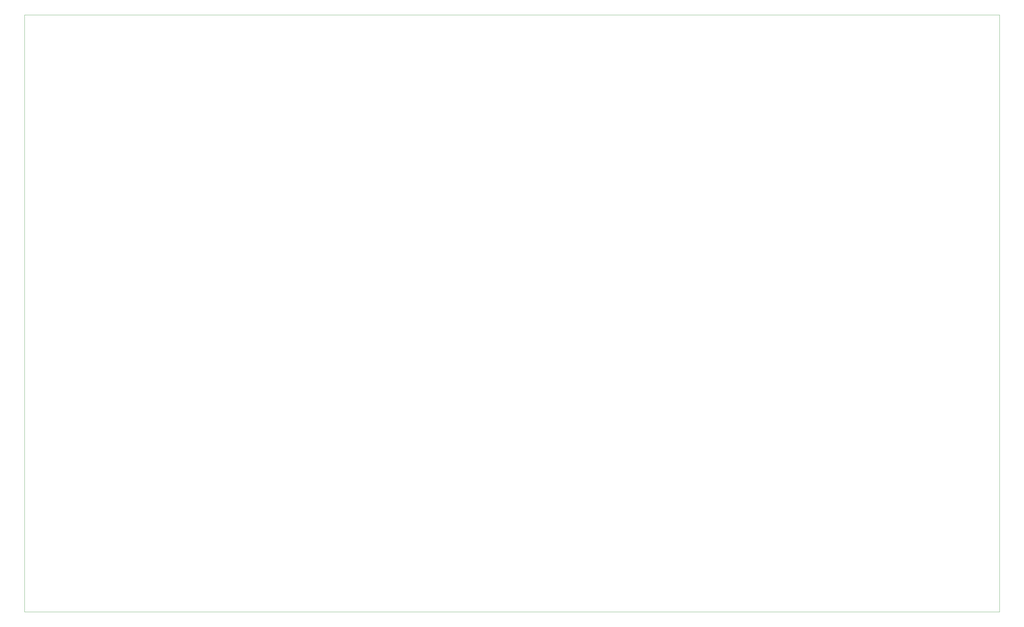
<source format=gbr>
%TF.GenerationSoftware,KiCad,Pcbnew,(5.99.0-12218-g749d2d5987)*%
%TF.CreationDate,2021-09-15T17:58:56+03:00*%
%TF.ProjectId,stend_main_stencil,7374656e-645f-46d6-9169-6e5f7374656e,rev*%
%TF.SameCoordinates,PX258bd10PYee998b0*%
%TF.FileFunction,Profile,NP*%
%FSLAX46Y46*%
G04 Gerber Fmt 4.6, Leading zero omitted, Abs format (unit mm)*
G04 Created by KiCad (PCBNEW (5.99.0-12218-g749d2d5987)) date 2021-09-15 17:58:56*
%MOMM*%
%LPD*%
G01*
G04 APERTURE LIST*
%TA.AperFunction,Profile*%
%ADD10C,0.100000*%
%TD*%
G04 APERTURE END LIST*
D10*
%TO.C,PCB1*%
X310000000Y190000000D02*
X310000000Y0D01*
X0Y0D02*
X0Y190000000D01*
X0Y190000000D02*
X310000000Y190000000D01*
X310000000Y0D02*
X0Y0D01*
%TD*%
M02*

</source>
